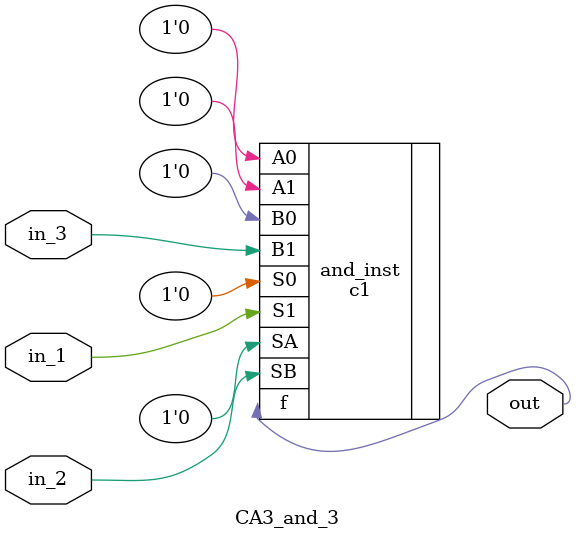
<source format=v>
module CA3_and_2 (
    input  wire in_1,
    input  wire in_2,
    output wire out
);

    c1 and_inst (
        .A0(1'b0), .A1(1'b0), .SA(1'b0), 
        .B0(in_2), .B1(1'b0), .SB(1'b0), 
        .S0(in_1), .S1(1'b0), 
        .f(out)
    );

endmodule

module CA3_and_3 (
    input  wire in_1,
    input  wire in_2,
    input  wire in_3,
    output wire out
);

    c1 and_inst (
        .A0(1'b0), .A1(1'b0), .SA(1'b0),
        .B0(1'b0), .B1(in_3), .SB(in_2),
        .S0(1'b0), .S1(in_1),
        .f(out)
    );

endmodule
</source>
